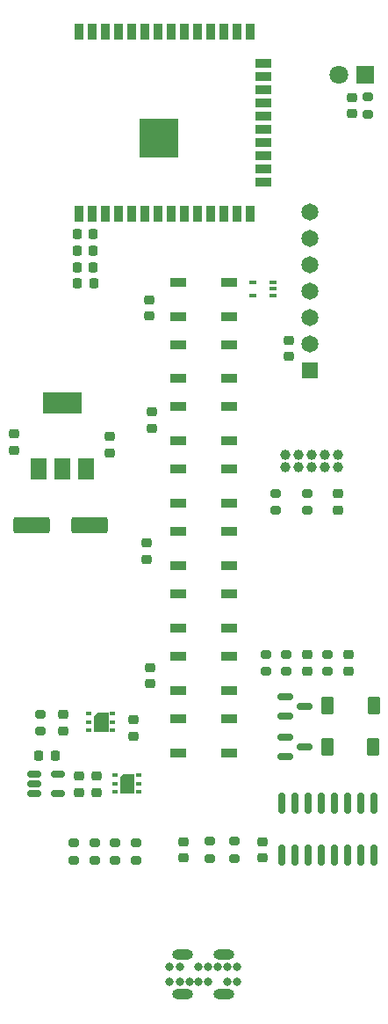
<source format=gbr>
%TF.GenerationSoftware,KiCad,Pcbnew,7.0.1*%
%TF.CreationDate,2023-06-20T23:21:36+02:00*%
%TF.ProjectId,airquality,61697271-7561-46c6-9974-792e6b696361,rev?*%
%TF.SameCoordinates,Original*%
%TF.FileFunction,Soldermask,Top*%
%TF.FilePolarity,Negative*%
%FSLAX46Y46*%
G04 Gerber Fmt 4.6, Leading zero omitted, Abs format (unit mm)*
G04 Created by KiCad (PCBNEW 7.0.1) date 2023-06-20 23:21:36*
%MOMM*%
%LPD*%
G01*
G04 APERTURE LIST*
G04 Aperture macros list*
%AMRoundRect*
0 Rectangle with rounded corners*
0 $1 Rounding radius*
0 $2 $3 $4 $5 $6 $7 $8 $9 X,Y pos of 4 corners*
0 Add a 4 corners polygon primitive as box body*
4,1,4,$2,$3,$4,$5,$6,$7,$8,$9,$2,$3,0*
0 Add four circle primitives for the rounded corners*
1,1,$1+$1,$2,$3*
1,1,$1+$1,$4,$5*
1,1,$1+$1,$6,$7*
1,1,$1+$1,$8,$9*
0 Add four rect primitives between the rounded corners*
20,1,$1+$1,$2,$3,$4,$5,0*
20,1,$1+$1,$4,$5,$6,$7,0*
20,1,$1+$1,$6,$7,$8,$9,0*
20,1,$1+$1,$8,$9,$2,$3,0*%
%AMOutline5P*
0 Free polygon, 5 corners , with rotation*
0 The origin of the aperture is its center*
0 number of corners: always 5*
0 $1 to $10 corner X, Y*
0 $11 Rotation angle, in degrees counterclockwise*
0 create outline with 5 corners*
4,1,5,$1,$2,$3,$4,$5,$6,$7,$8,$9,$10,$1,$2,$11*%
%AMOutline6P*
0 Free polygon, 6 corners , with rotation*
0 The origin of the aperture is its center*
0 number of corners: always 6*
0 $1 to $12 corner X, Y*
0 $13 Rotation angle, in degrees counterclockwise*
0 create outline with 6 corners*
4,1,6,$1,$2,$3,$4,$5,$6,$7,$8,$9,$10,$11,$12,$1,$2,$13*%
%AMOutline7P*
0 Free polygon, 7 corners , with rotation*
0 The origin of the aperture is its center*
0 number of corners: always 7*
0 $1 to $14 corner X, Y*
0 $15 Rotation angle, in degrees counterclockwise*
0 create outline with 7 corners*
4,1,7,$1,$2,$3,$4,$5,$6,$7,$8,$9,$10,$11,$12,$13,$14,$1,$2,$15*%
%AMOutline8P*
0 Free polygon, 8 corners , with rotation*
0 The origin of the aperture is its center*
0 number of corners: always 8*
0 $1 to $16 corner X, Y*
0 $17 Rotation angle, in degrees counterclockwise*
0 create outline with 8 corners*
4,1,8,$1,$2,$3,$4,$5,$6,$7,$8,$9,$10,$11,$12,$13,$14,$15,$16,$1,$2,$17*%
G04 Aperture macros list end*
%ADD10C,0.010000*%
%ADD11RoundRect,0.225000X0.250000X-0.225000X0.250000X0.225000X-0.250000X0.225000X-0.250000X-0.225000X0*%
%ADD12RoundRect,0.200000X0.275000X-0.200000X0.275000X0.200000X-0.275000X0.200000X-0.275000X-0.200000X0*%
%ADD13RoundRect,0.225000X0.225000X0.250000X-0.225000X0.250000X-0.225000X-0.250000X0.225000X-0.250000X0*%
%ADD14RoundRect,0.200000X-0.275000X0.200000X-0.275000X-0.200000X0.275000X-0.200000X0.275000X0.200000X0*%
%ADD15R,1.500000X0.900000*%
%ADD16RoundRect,0.225000X-0.250000X0.225000X-0.250000X-0.225000X0.250000X-0.225000X0.250000X0.225000X0*%
%ADD17R,0.650000X0.400000*%
%ADD18RoundRect,0.150000X-0.512500X-0.150000X0.512500X-0.150000X0.512500X0.150000X-0.512500X0.150000X0*%
%ADD19RoundRect,0.150000X-0.587500X-0.150000X0.587500X-0.150000X0.587500X0.150000X-0.587500X0.150000X0*%
%ADD20RoundRect,0.225000X-0.225000X-0.250000X0.225000X-0.250000X0.225000X0.250000X-0.225000X0.250000X0*%
%ADD21R,0.550000X0.400000*%
%ADD22RoundRect,0.250000X1.500000X0.550000X-1.500000X0.550000X-1.500000X-0.550000X1.500000X-0.550000X0*%
%ADD23RoundRect,0.010500X0.514500X0.789500X-0.514500X0.789500X-0.514500X-0.789500X0.514500X-0.789500X0*%
%ADD24RoundRect,0.150000X0.150000X-0.825000X0.150000X0.825000X-0.150000X0.825000X-0.150000X-0.825000X0*%
%ADD25R,1.800000X1.800000*%
%ADD26C,1.800000*%
%ADD27R,1.500000X2.000000*%
%ADD28R,3.800000X2.000000*%
%ADD29R,0.900000X1.500000*%
%ADD30C,0.600000*%
%ADD31R,3.800000X3.800000*%
%ADD32Outline5P,-0.625000X0.537500X-0.312500X0.850000X0.625000X0.850000X0.625000X-0.850000X-0.625000X-0.850000X0.000000*%
%ADD33C,0.800000*%
%ADD34O,2.000000X1.000000*%
%ADD35C,1.000000*%
%ADD36R,1.650000X1.650000*%
%ADD37C,1.650000*%
G04 APERTURE END LIST*
%TO.C,U4*%
D10*
X10775000Y28400000D02*
X9425000Y28400000D01*
X9425000Y29880000D01*
X9745000Y30200000D01*
X10775000Y30200000D01*
X10775000Y28400000D01*
G36*
X10775000Y28400000D02*
G01*
X9425000Y28400000D01*
X9425000Y29880000D01*
X9745000Y30200000D01*
X10775000Y30200000D01*
X10775000Y28400000D01*
G37*
%TO.C,U5*%
X13224997Y22550003D02*
X11974997Y22550003D01*
X11974997Y23950003D01*
X12274997Y24250003D01*
X13224997Y24250003D01*
X13224997Y22550003D01*
G36*
X13224997Y22550003D02*
G01*
X11974997Y22550003D01*
X11974997Y23950003D01*
X12274997Y24250003D01*
X13224997Y24250003D01*
X13224997Y22550003D01*
G37*
%TD*%
D11*
%TO.C,C9*%
X34000000Y34225000D03*
X34000000Y35775000D03*
%TD*%
D12*
%TO.C,R10*%
X28000000Y34175000D03*
X28000000Y35825000D03*
%TD*%
D13*
%TO.C,C1*%
X9375000Y74700000D03*
X7825000Y74700000D03*
%TD*%
D14*
%TO.C,R9*%
X26000000Y35825000D03*
X26000000Y34175000D03*
%TD*%
D15*
%TO.C,D5*%
X17550000Y53650000D03*
X17550000Y50350000D03*
X22450000Y50350000D03*
X22450000Y53650000D03*
%TD*%
D11*
%TO.C,C10*%
X30000000Y34225000D03*
X30000000Y35775000D03*
%TD*%
D14*
%TO.C,R3*%
X9500000Y17650000D03*
X9500000Y16000000D03*
%TD*%
D15*
%TO.C,D8*%
X17550000Y35650000D03*
X17550000Y32350000D03*
X22450000Y32350000D03*
X22450000Y35650000D03*
%TD*%
D16*
%TO.C,C6*%
X9699997Y24100003D03*
X9699997Y22550003D03*
%TD*%
D17*
%TO.C,U7*%
X26700000Y70350000D03*
X26700000Y71000000D03*
X26700000Y71650000D03*
X24800000Y71650000D03*
X24800000Y70350000D03*
%TD*%
D15*
%TO.C,D6*%
X17550000Y47650000D03*
X17550000Y44350000D03*
X22450000Y44350000D03*
X22450000Y47650000D03*
%TD*%
D11*
%TO.C,C21*%
X14900000Y33025000D03*
X14900000Y34575000D03*
%TD*%
D16*
%TO.C,C22*%
X14500000Y46525000D03*
X14500000Y44975000D03*
%TD*%
%TO.C,C7*%
X34300000Y89400000D03*
X34300000Y87850000D03*
%TD*%
D15*
%TO.C,D7*%
X17550000Y41650000D03*
X17550000Y38350000D03*
X22450000Y38350000D03*
X22450000Y41650000D03*
%TD*%
D16*
%TO.C,C12*%
X33000000Y51275000D03*
X33000000Y49725000D03*
%TD*%
D12*
%TO.C,R1*%
X23000000Y16175000D03*
X23000000Y17825000D03*
%TD*%
D13*
%TO.C,C3*%
X9375000Y73100000D03*
X7825000Y73100000D03*
%TD*%
D16*
%TO.C,C18*%
X7999997Y24100003D03*
X7999997Y22550003D03*
%TD*%
D11*
%TO.C,C11*%
X28200000Y64500000D03*
X28200000Y66050000D03*
%TD*%
D16*
%TO.C,C20*%
X15000000Y59150000D03*
X15000000Y57600000D03*
%TD*%
D18*
%TO.C,U9*%
X3724997Y24300003D03*
X3724997Y23350003D03*
X3724997Y22400003D03*
X5999997Y22400003D03*
X5999997Y24300003D03*
%TD*%
D14*
%TO.C,R6*%
X7500000Y17650000D03*
X7500000Y16000000D03*
%TD*%
D19*
%TO.C,Q2*%
X27925000Y31750000D03*
X27925000Y29850000D03*
X29800000Y30800000D03*
%TD*%
D14*
%TO.C,R5*%
X35900000Y89450000D03*
X35900000Y87800000D03*
%TD*%
D12*
%TO.C,R8*%
X32000000Y34175000D03*
X32000000Y35825000D03*
%TD*%
D14*
%TO.C,R4*%
X13500000Y17650000D03*
X13500000Y16000000D03*
%TD*%
D20*
%TO.C,C15*%
X4124997Y26100003D03*
X5674997Y26100003D03*
%TD*%
D11*
%TO.C,C16*%
X11000000Y55225000D03*
X11000000Y56775000D03*
%TD*%
D15*
%TO.C,D3*%
X17550000Y65650000D03*
X17550000Y62350000D03*
X22450000Y62350000D03*
X22450000Y65650000D03*
%TD*%
D16*
%TO.C,C17*%
X1750000Y57025000D03*
X1750000Y55475000D03*
%TD*%
D21*
%TO.C,U4*%
X8950000Y30100000D03*
X8950000Y29300000D03*
X8950000Y28500000D03*
X11250000Y28500000D03*
X11250000Y29300000D03*
X11250000Y30100000D03*
%TD*%
D19*
%TO.C,Q1*%
X27925000Y27850000D03*
X27925000Y25950000D03*
X29800000Y26900000D03*
%TD*%
D11*
%TO.C,C14*%
X18100000Y16225000D03*
X18100000Y17775000D03*
%TD*%
D12*
%TO.C,R2*%
X20600000Y16175000D03*
X20600000Y17825000D03*
%TD*%
D15*
%TO.C,D2*%
X17550000Y71650000D03*
X17550000Y68350000D03*
X22450000Y68350000D03*
X22450000Y71650000D03*
%TD*%
D12*
%TO.C,R13*%
X4250000Y28425000D03*
X4250000Y30075000D03*
%TD*%
D22*
%TO.C,C13*%
X9050000Y48250000D03*
X3450000Y48250000D03*
%TD*%
D23*
%TO.C,RESET1*%
X36425000Y30900000D03*
X31975000Y30900000D03*
%TD*%
D13*
%TO.C,C2*%
X9355000Y76300000D03*
X7805000Y76300000D03*
%TD*%
D16*
%TO.C,C19*%
X14800000Y69950000D03*
X14800000Y68400000D03*
%TD*%
D24*
%TO.C,U2*%
X27555000Y16525000D03*
X28825000Y16525000D03*
X30095000Y16525000D03*
X31365000Y16525000D03*
X32635000Y16525000D03*
X33905000Y16525000D03*
X35175000Y16525000D03*
X36445000Y16525000D03*
X36445000Y21475000D03*
X35175000Y21475000D03*
X33905000Y21475000D03*
X32635000Y21475000D03*
X31365000Y21475000D03*
X30095000Y21475000D03*
X28825000Y21475000D03*
X27555000Y21475000D03*
%TD*%
D14*
%TO.C,R12*%
X30000000Y51325000D03*
X30000000Y49675000D03*
%TD*%
%TO.C,R7*%
X11500000Y17650000D03*
X11500000Y16000000D03*
%TD*%
D16*
%TO.C,C8*%
X6500000Y30025000D03*
X6500000Y28475000D03*
%TD*%
D25*
%TO.C,D1*%
X35600000Y91600000D03*
D26*
X33060000Y91600000D03*
%TD*%
D15*
%TO.C,D4*%
X17550000Y59650000D03*
X17550000Y56350000D03*
X22450000Y56350000D03*
X22450000Y59650000D03*
%TD*%
D27*
%TO.C,U8*%
X4100000Y53700000D03*
X6400000Y53700000D03*
D28*
X6400000Y60000000D03*
D27*
X8700000Y53700000D03*
%TD*%
D12*
%TO.C,R11*%
X27000000Y49675000D03*
X27000000Y51325000D03*
%TD*%
D15*
%TO.C,D9*%
X17550000Y29650000D03*
X17550000Y26350000D03*
X22450000Y26350000D03*
X22450000Y29650000D03*
%TD*%
D29*
%TO.C,U1*%
X7995000Y78250000D03*
X9265000Y78250000D03*
X10535000Y78250000D03*
X11805000Y78250000D03*
X13075000Y78250000D03*
X14345000Y78250000D03*
X15615000Y78250000D03*
X16885000Y78250000D03*
X18155000Y78250000D03*
X19425000Y78250000D03*
X20695000Y78250000D03*
X21965000Y78250000D03*
X23235000Y78250000D03*
X24505000Y78250000D03*
D15*
X25755000Y81290000D03*
X25755000Y82560000D03*
X25755000Y83830000D03*
X25755000Y85100000D03*
X25755000Y86370000D03*
X25755000Y87640000D03*
X25755000Y88910000D03*
X25755000Y90180000D03*
X25755000Y91450000D03*
X25755000Y92720000D03*
D29*
X24505000Y95750000D03*
X23235000Y95750000D03*
X21965000Y95750000D03*
X20695000Y95750000D03*
X19425000Y95750000D03*
X18155000Y95750000D03*
X16885000Y95750000D03*
X15615000Y95750000D03*
X14345000Y95750000D03*
X13075000Y95750000D03*
X11805000Y95750000D03*
X10535000Y95750000D03*
X9265000Y95750000D03*
X7995000Y95750000D03*
D30*
X15015000Y84100000D03*
X16415000Y84100000D03*
X14315000Y84800000D03*
X15715000Y84800000D03*
X17115000Y84800000D03*
X15015000Y85475000D03*
X16415000Y85475000D03*
D31*
X15715000Y85500000D03*
D30*
X14315000Y86200000D03*
X15715000Y86200000D03*
X17115000Y86200000D03*
X15015000Y86900000D03*
X16415000Y86900000D03*
%TD*%
D16*
%TO.C,C23*%
X13250000Y29525000D03*
X13250000Y27975000D03*
%TD*%
%TO.C,C5*%
X25700000Y17775000D03*
X25700000Y16225000D03*
%TD*%
D13*
%TO.C,C4*%
X9400000Y71500000D03*
X7850000Y71500000D03*
%TD*%
D21*
%TO.C,U5*%
X11450002Y24199998D03*
X11450002Y23399998D03*
X11450002Y22599998D03*
X13750002Y22599998D03*
X13750002Y23399998D03*
X13750002Y24199998D03*
D32*
X12599997Y23400003D03*
%TD*%
D23*
%TO.C,BOOT1*%
X36400000Y26900000D03*
X31950000Y26900000D03*
%TD*%
D33*
%TO.C,USB1*%
X23250000Y5750000D03*
X22300000Y5750000D03*
X21350000Y5750000D03*
X20450000Y5750000D03*
X19550000Y5750000D03*
X17700000Y5750000D03*
X16750000Y5750000D03*
X16750000Y4300000D03*
X17700000Y4300000D03*
X18650000Y4300000D03*
X19550000Y4300000D03*
X20450000Y4300000D03*
X22300000Y4300000D03*
X23250000Y4300000D03*
D34*
X22000000Y3095000D03*
X22000000Y6955000D03*
X18000000Y3095000D03*
X18000000Y6955000D03*
%TD*%
D35*
%TO.C,U3*%
X33000000Y55000000D03*
X33000000Y53840000D03*
X31730000Y55000000D03*
X31730000Y53840000D03*
X30460000Y55000000D03*
X30460000Y53840000D03*
X29190000Y55000000D03*
X29190000Y53840000D03*
X27920000Y55000000D03*
X27920000Y53840000D03*
%TD*%
D36*
%TO.C,SCD1*%
X30300000Y63160000D03*
D37*
X30300000Y65700000D03*
X30300000Y68240000D03*
X30300000Y70780000D03*
X30300000Y73320000D03*
X30300000Y75860000D03*
X30300000Y78400000D03*
%TD*%
M02*

</source>
